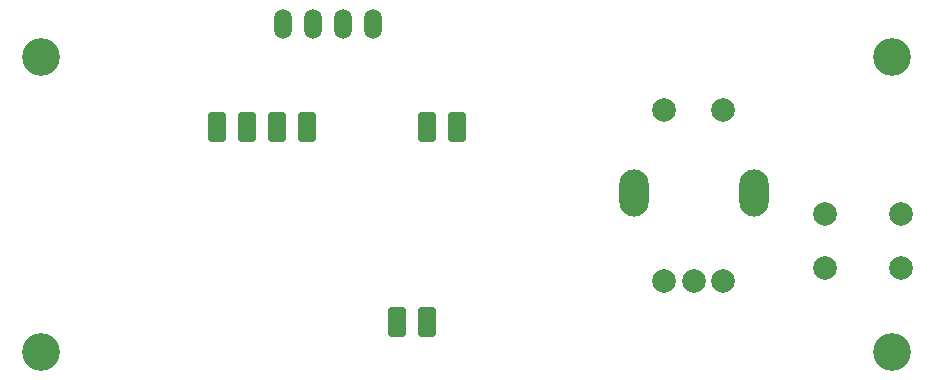
<source format=gbr>
%TF.GenerationSoftware,KiCad,Pcbnew,9.0.1*%
%TF.CreationDate,2025-04-18T19:30:08+12:00*%
%TF.ProjectId,Custom_V0_Display,43757374-6f6d-45f5-9630-5f446973706c,rev?*%
%TF.SameCoordinates,Original*%
%TF.FileFunction,Soldermask,Top*%
%TF.FilePolarity,Negative*%
%FSLAX46Y46*%
G04 Gerber Fmt 4.6, Leading zero omitted, Abs format (unit mm)*
G04 Created by KiCad (PCBNEW 9.0.1) date 2025-04-18 19:30:08*
%MOMM*%
%LPD*%
G01*
G04 APERTURE LIST*
G04 Aperture macros list*
%AMRoundRect*
0 Rectangle with rounded corners*
0 $1 Rounding radius*
0 $2 $3 $4 $5 $6 $7 $8 $9 X,Y pos of 4 corners*
0 Add a 4 corners polygon primitive as box body*
4,1,4,$2,$3,$4,$5,$6,$7,$8,$9,$2,$3,0*
0 Add four circle primitives for the rounded corners*
1,1,$1+$1,$2,$3*
1,1,$1+$1,$4,$5*
1,1,$1+$1,$6,$7*
1,1,$1+$1,$8,$9*
0 Add four rect primitives between the rounded corners*
20,1,$1+$1,$2,$3,$4,$5,0*
20,1,$1+$1,$4,$5,$6,$7,0*
20,1,$1+$1,$6,$7,$8,$9,0*
20,1,$1+$1,$8,$9,$2,$3,0*%
G04 Aperture macros list end*
%ADD10RoundRect,0.400000X0.400000X-0.900000X0.400000X0.900000X-0.400000X0.900000X-0.400000X-0.900000X0*%
%ADD11RoundRect,0.400050X0.400050X-0.899950X0.400050X0.899950X-0.400050X0.899950X-0.400050X-0.899950X0*%
%ADD12O,1.524000X2.524000*%
%ADD13C,2.000000*%
%ADD14C,3.200000*%
%ADD15O,2.500000X4.000000*%
G04 APERTURE END LIST*
D10*
%TO.C,REF\u002A\u002A*%
X124354950Y-61635000D03*
X121814950Y-61635000D03*
D11*
X111654950Y-61635000D03*
X109114950Y-61635000D03*
X106574950Y-61635000D03*
X104034950Y-61635000D03*
X121814950Y-78075000D03*
X119274950Y-78075000D03*
%TD*%
D12*
%TO.C,OLED1*%
X109660000Y-52850000D03*
X112200000Y-52850000D03*
X114740000Y-52850000D03*
X117280000Y-52850000D03*
%TD*%
D13*
%TO.C,SW1*%
X155500000Y-69000000D03*
X162000000Y-69000000D03*
X155500000Y-73500000D03*
X162000000Y-73500000D03*
%TD*%
D14*
%TO.C,H1*%
X161170000Y-55650000D03*
%TD*%
%TO.C,H2*%
X161170000Y-80650000D03*
%TD*%
%TO.C,H3*%
X89170000Y-55650000D03*
%TD*%
%TO.C,H4*%
X89170000Y-80650000D03*
%TD*%
D13*
%TO.C,SW2*%
X141920000Y-74650000D03*
X146920000Y-74650000D03*
X144420000Y-74650000D03*
D15*
X139340000Y-67150000D03*
X149500000Y-67150000D03*
D13*
X141920000Y-60150000D03*
X146920000Y-60150000D03*
%TD*%
M02*

</source>
